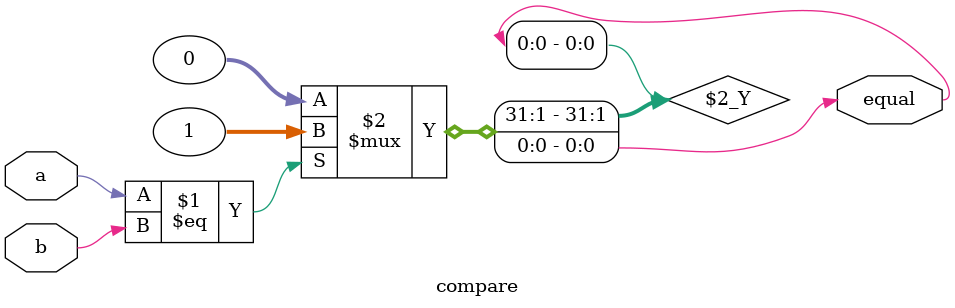
<source format=v>
module compare(equal,a,b);
	input a,b;
	output equal;
	assign equal=(a==b)?1:0;
endmodule

</source>
